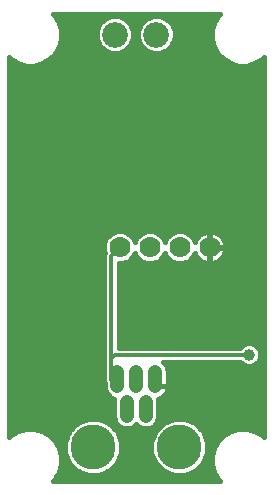
<source format=gbl>
G75*
%MOIN*%
%OFA0B0*%
%FSLAX24Y24*%
%IPPOS*%
%LPD*%
%AMOC8*
5,1,8,0,0,1.08239X$1,22.5*
%
%ADD10C,0.0860*%
%ADD11C,0.1500*%
%ADD12C,0.0476*%
%ADD13C,0.0700*%
%ADD14C,0.0160*%
%ADD15C,0.0357*%
%ADD16C,0.0120*%
%ADD17C,0.0396*%
D10*
X004196Y016051D03*
X005574Y016051D03*
D11*
X006341Y002299D03*
X003467Y002299D03*
D12*
X004589Y003339D02*
X004589Y003815D01*
X004274Y004327D02*
X004274Y004802D01*
X004904Y004802D02*
X004904Y004327D01*
X005219Y003815D02*
X005219Y003339D01*
X005534Y004327D02*
X005534Y004802D01*
D13*
X005353Y008959D03*
X006353Y008959D03*
X007353Y008959D03*
X004353Y008959D03*
D14*
X000660Y002635D02*
X000660Y015294D01*
X000728Y015226D01*
X000963Y015090D01*
X001225Y015020D01*
X001497Y015020D01*
X001759Y015090D01*
X001994Y015226D01*
X002186Y015418D01*
X002322Y015653D01*
X002392Y015915D01*
X002392Y016187D01*
X002322Y016449D01*
X002186Y016684D01*
X002118Y016752D01*
X007691Y016752D01*
X007623Y016684D01*
X007487Y016449D01*
X007417Y016187D01*
X007417Y015915D01*
X007487Y015653D01*
X007623Y015418D01*
X007815Y015226D01*
X008050Y015090D01*
X008312Y015020D01*
X008583Y015020D01*
X008846Y015090D01*
X009081Y015226D01*
X009149Y015294D01*
X009149Y002635D01*
X009081Y002703D01*
X008846Y002839D01*
X008583Y002909D01*
X008312Y002909D01*
X008050Y002839D01*
X007815Y002703D01*
X007623Y002511D01*
X007487Y002276D01*
X007417Y002014D01*
X007417Y001742D01*
X007487Y001480D01*
X007623Y001245D01*
X007691Y001177D01*
X002118Y001177D01*
X002186Y001245D01*
X002322Y001480D01*
X002392Y001742D01*
X002392Y002014D01*
X002322Y002276D01*
X002186Y002511D01*
X001994Y002703D01*
X001759Y002839D01*
X001497Y002909D01*
X001225Y002909D01*
X000963Y002839D01*
X000728Y002703D01*
X000660Y002635D01*
X000660Y002757D02*
X000822Y002757D01*
X000660Y002916D02*
X002769Y002916D01*
X002679Y002826D02*
X002941Y003088D01*
X003282Y003229D01*
X003652Y003229D01*
X003994Y003088D01*
X004256Y002826D01*
X004397Y002484D01*
X004397Y002114D01*
X004256Y001772D01*
X003994Y001511D01*
X003652Y001369D01*
X003282Y001369D01*
X002941Y001511D01*
X002679Y001772D01*
X002537Y002114D01*
X002537Y002484D01*
X002679Y002826D01*
X002651Y002757D02*
X001900Y002757D01*
X002099Y002599D02*
X002585Y002599D01*
X002537Y002440D02*
X002227Y002440D01*
X002319Y002282D02*
X002537Y002282D01*
X002537Y002123D02*
X002363Y002123D01*
X002392Y001965D02*
X002599Y001965D01*
X002665Y001806D02*
X002392Y001806D01*
X002367Y001648D02*
X002804Y001648D01*
X002992Y001489D02*
X002325Y001489D01*
X002236Y001331D02*
X007573Y001331D01*
X007484Y001489D02*
X006816Y001489D01*
X006868Y001511D02*
X007130Y001772D01*
X007271Y002114D01*
X007271Y002484D01*
X007130Y002826D01*
X006868Y003088D01*
X006526Y003229D01*
X006156Y003229D01*
X005815Y003088D01*
X005553Y002826D01*
X005411Y002484D01*
X005411Y002114D01*
X005553Y001772D01*
X005815Y001511D01*
X006156Y001369D01*
X006526Y001369D01*
X006868Y001511D01*
X007005Y001648D02*
X007442Y001648D01*
X007417Y001806D02*
X007144Y001806D01*
X007210Y001965D02*
X007417Y001965D01*
X007446Y002123D02*
X007271Y002123D01*
X007271Y002282D02*
X007490Y002282D01*
X007582Y002440D02*
X007271Y002440D01*
X007224Y002599D02*
X007710Y002599D01*
X007909Y002757D02*
X007158Y002757D01*
X007040Y002916D02*
X009149Y002916D01*
X009149Y003074D02*
X006881Y003074D01*
X005853Y004055D02*
X005892Y004108D01*
X005922Y004166D01*
X005942Y004229D01*
X005952Y004294D01*
X005952Y004327D01*
X005952Y004835D01*
X005942Y004900D01*
X005922Y004963D01*
X005892Y005021D01*
X005853Y005075D01*
X005807Y005121D01*
X005785Y005137D01*
X008372Y005137D01*
X008452Y005056D01*
X008591Y004999D01*
X008742Y004999D01*
X008880Y005056D01*
X008987Y005163D01*
X009044Y005302D01*
X009044Y005452D01*
X008987Y005591D01*
X008880Y005697D01*
X008742Y005755D01*
X008591Y005755D01*
X008452Y005697D01*
X008372Y005617D01*
X004318Y005617D01*
X004318Y008429D01*
X004458Y008429D01*
X004653Y008510D01*
X004802Y008659D01*
X004853Y008781D01*
X004904Y008659D01*
X005053Y008510D01*
X005247Y008429D01*
X005458Y008429D01*
X005653Y008510D01*
X005802Y008659D01*
X005853Y008781D01*
X005904Y008659D01*
X006053Y008510D01*
X006247Y008429D01*
X006458Y008429D01*
X006653Y008510D01*
X006802Y008659D01*
X006853Y008782D01*
X006862Y008756D01*
X006900Y008681D01*
X006949Y008614D01*
X007008Y008555D01*
X007075Y008506D01*
X007149Y008468D01*
X007229Y008442D01*
X007311Y008429D01*
X007333Y008429D01*
X007333Y008939D01*
X007373Y008939D01*
X007373Y008429D01*
X007395Y008429D01*
X007477Y008442D01*
X007556Y008468D01*
X007631Y008506D01*
X007698Y008555D01*
X007757Y008614D01*
X007806Y008681D01*
X007844Y008756D01*
X007870Y008835D01*
X007883Y008918D01*
X007883Y008939D01*
X009149Y008939D01*
X009149Y009097D02*
X007865Y009097D01*
X007870Y009083D02*
X007844Y009163D01*
X007806Y009237D01*
X007757Y009304D01*
X007698Y009363D01*
X007631Y009413D01*
X007556Y009450D01*
X007477Y009476D01*
X007395Y009489D01*
X007373Y009489D01*
X007373Y008979D01*
X007883Y008979D01*
X007883Y009001D01*
X007870Y009083D01*
X007883Y008939D02*
X007373Y008939D01*
X007333Y008939D01*
X007373Y008939D02*
X007373Y008979D01*
X007333Y008979D01*
X007333Y009489D01*
X007311Y009489D01*
X007229Y009476D01*
X007149Y009450D01*
X007075Y009413D01*
X007008Y009363D01*
X006949Y009304D01*
X006900Y009237D01*
X006862Y009163D01*
X006853Y009136D01*
X006802Y009259D01*
X006653Y009409D01*
X006458Y009489D01*
X006247Y009489D01*
X006053Y009409D01*
X005904Y009259D01*
X005853Y009137D01*
X005802Y009259D01*
X005653Y009409D01*
X005458Y009489D01*
X005247Y009489D01*
X005053Y009409D01*
X004904Y009259D01*
X004853Y009137D01*
X004802Y009259D01*
X004653Y009409D01*
X004458Y009489D01*
X004247Y009489D01*
X004053Y009409D01*
X003904Y009259D01*
X003823Y009065D01*
X003823Y008854D01*
X003856Y008775D01*
X003838Y008732D01*
X003838Y004476D01*
X003857Y004430D01*
X003857Y004244D01*
X003920Y004090D01*
X004038Y003973D01*
X004178Y003914D01*
X004172Y003898D01*
X004172Y003256D01*
X004235Y003103D01*
X004353Y002985D01*
X004506Y002922D01*
X004673Y002922D01*
X004826Y002985D01*
X004904Y003063D01*
X004983Y002985D01*
X005136Y002922D01*
X005302Y002922D01*
X005456Y002985D01*
X005574Y003103D01*
X005637Y003256D01*
X005637Y003898D01*
X005629Y003919D01*
X005632Y003919D01*
X005695Y003940D01*
X005753Y003969D01*
X005807Y004008D01*
X005853Y004055D01*
X005824Y004025D02*
X009149Y004025D01*
X009149Y003867D02*
X005637Y003867D01*
X005637Y003708D02*
X009149Y003708D01*
X009149Y003550D02*
X005637Y003550D01*
X005637Y003391D02*
X009149Y003391D01*
X009149Y003233D02*
X005627Y003233D01*
X005545Y003074D02*
X005801Y003074D01*
X005643Y002916D02*
X004166Y002916D01*
X004264Y003074D02*
X004007Y003074D01*
X004181Y003233D02*
X000660Y003233D01*
X000660Y003391D02*
X004172Y003391D01*
X004172Y003550D02*
X000660Y003550D01*
X000660Y003708D02*
X004172Y003708D01*
X004172Y003867D02*
X000660Y003867D01*
X000660Y004025D02*
X003985Y004025D01*
X003881Y004184D02*
X000660Y004184D01*
X000660Y004342D02*
X003857Y004342D01*
X003838Y004501D02*
X000660Y004501D01*
X000660Y004659D02*
X003838Y004659D01*
X003838Y004818D02*
X000660Y004818D01*
X000660Y004976D02*
X003838Y004976D01*
X003838Y005135D02*
X000660Y005135D01*
X000660Y005293D02*
X003838Y005293D01*
X003838Y005452D02*
X000660Y005452D01*
X000660Y005610D02*
X003838Y005610D01*
X003838Y005769D02*
X000660Y005769D01*
X000660Y005927D02*
X003838Y005927D01*
X003838Y006086D02*
X000660Y006086D01*
X000660Y006244D02*
X003838Y006244D01*
X003838Y006403D02*
X000660Y006403D01*
X000660Y006561D02*
X003838Y006561D01*
X003838Y006720D02*
X000660Y006720D01*
X000660Y006878D02*
X003838Y006878D01*
X003838Y007037D02*
X000660Y007037D01*
X000660Y007195D02*
X003838Y007195D01*
X003838Y007354D02*
X000660Y007354D01*
X000660Y007512D02*
X003838Y007512D01*
X003838Y007671D02*
X000660Y007671D01*
X000660Y007829D02*
X003838Y007829D01*
X003838Y007988D02*
X000660Y007988D01*
X000660Y008146D02*
X003838Y008146D01*
X003838Y008305D02*
X000660Y008305D01*
X000660Y008463D02*
X003838Y008463D01*
X003838Y008622D02*
X000660Y008622D01*
X000660Y008780D02*
X003853Y008780D01*
X003823Y008939D02*
X000660Y008939D01*
X000660Y009097D02*
X003836Y009097D01*
X003902Y009256D02*
X000660Y009256D01*
X000660Y009414D02*
X004067Y009414D01*
X004541Y008463D02*
X005165Y008463D01*
X004941Y008622D02*
X004765Y008622D01*
X004852Y008780D02*
X004853Y008780D01*
X004804Y009256D02*
X004902Y009256D01*
X005067Y009414D02*
X004639Y009414D01*
X004318Y008305D02*
X009149Y008305D01*
X009149Y008463D02*
X007542Y008463D01*
X007373Y008463D02*
X007333Y008463D01*
X007333Y008622D02*
X007373Y008622D01*
X007373Y008780D02*
X007333Y008780D01*
X007164Y008463D02*
X006541Y008463D01*
X006765Y008622D02*
X006943Y008622D01*
X006854Y008780D02*
X006852Y008780D01*
X006804Y009256D02*
X006913Y009256D01*
X007079Y009414D02*
X006639Y009414D01*
X006165Y008463D02*
X005541Y008463D01*
X005765Y008622D02*
X005941Y008622D01*
X005853Y008780D02*
X005852Y008780D01*
X005804Y009256D02*
X005902Y009256D01*
X006067Y009414D02*
X005639Y009414D01*
X004318Y008146D02*
X009149Y008146D01*
X009149Y007988D02*
X004318Y007988D01*
X004318Y007829D02*
X009149Y007829D01*
X009149Y007671D02*
X004318Y007671D01*
X004318Y007512D02*
X009149Y007512D01*
X009149Y007354D02*
X004318Y007354D01*
X004318Y007195D02*
X009149Y007195D01*
X009149Y007037D02*
X004318Y007037D01*
X004318Y006878D02*
X009149Y006878D01*
X009149Y006720D02*
X004318Y006720D01*
X004318Y006561D02*
X009149Y006561D01*
X009149Y006403D02*
X004318Y006403D01*
X004318Y006244D02*
X009149Y006244D01*
X009149Y006086D02*
X004318Y006086D01*
X004318Y005927D02*
X009149Y005927D01*
X009149Y005769D02*
X004318Y005769D01*
X005534Y004327D02*
X005952Y004327D01*
X005534Y004327D01*
X005534Y004327D01*
X005952Y004342D02*
X009149Y004342D01*
X009149Y004184D02*
X005927Y004184D01*
X005952Y004501D02*
X009149Y004501D01*
X009149Y004659D02*
X005952Y004659D01*
X005952Y004818D02*
X009149Y004818D01*
X009149Y004976D02*
X005915Y004976D01*
X005787Y005135D02*
X008374Y005135D01*
X008959Y005135D02*
X009149Y005135D01*
X009149Y005293D02*
X009041Y005293D01*
X009044Y005452D02*
X009149Y005452D01*
X009149Y005610D02*
X008968Y005610D01*
X008987Y002757D02*
X009149Y002757D01*
X005866Y001489D02*
X003942Y001489D01*
X004131Y001648D02*
X005678Y001648D01*
X005539Y001806D02*
X004270Y001806D01*
X004336Y001965D02*
X005473Y001965D01*
X005411Y002123D02*
X004397Y002123D01*
X004397Y002282D02*
X005411Y002282D01*
X005411Y002440D02*
X004397Y002440D01*
X004350Y002599D02*
X005459Y002599D01*
X005525Y002757D02*
X004284Y002757D01*
X002927Y003074D02*
X000660Y003074D01*
X000660Y009573D02*
X009149Y009573D01*
X009149Y009731D02*
X000660Y009731D01*
X000660Y009890D02*
X009149Y009890D01*
X009149Y010048D02*
X000660Y010048D01*
X000660Y010207D02*
X009149Y010207D01*
X009149Y010365D02*
X000660Y010365D01*
X000660Y010524D02*
X009149Y010524D01*
X009149Y010682D02*
X000660Y010682D01*
X000660Y010841D02*
X009149Y010841D01*
X009149Y010999D02*
X000660Y010999D01*
X000660Y011158D02*
X009149Y011158D01*
X009149Y011316D02*
X000660Y011316D01*
X000660Y011475D02*
X009149Y011475D01*
X009149Y011633D02*
X000660Y011633D01*
X000660Y011792D02*
X009149Y011792D01*
X009149Y011950D02*
X000660Y011950D01*
X000660Y012109D02*
X009149Y012109D01*
X009149Y012267D02*
X000660Y012267D01*
X000660Y012426D02*
X009149Y012426D01*
X009149Y012584D02*
X000660Y012584D01*
X000660Y012743D02*
X009149Y012743D01*
X009149Y012901D02*
X000660Y012901D01*
X000660Y013060D02*
X009149Y013060D01*
X009149Y013218D02*
X000660Y013218D01*
X000660Y013377D02*
X009149Y013377D01*
X009149Y013535D02*
X000660Y013535D01*
X000660Y013694D02*
X009149Y013694D01*
X009149Y013852D02*
X000660Y013852D01*
X000660Y014011D02*
X009149Y014011D01*
X009149Y014169D02*
X000660Y014169D01*
X000660Y014328D02*
X009149Y014328D01*
X009149Y014486D02*
X000660Y014486D01*
X000660Y014645D02*
X009149Y014645D01*
X009149Y014803D02*
X000660Y014803D01*
X000660Y014962D02*
X009149Y014962D01*
X009149Y015120D02*
X008898Y015120D01*
X009134Y015279D02*
X009149Y015279D01*
X007998Y015120D02*
X001811Y015120D01*
X002047Y015279D02*
X007762Y015279D01*
X007611Y015437D02*
X002197Y015437D01*
X002289Y015596D02*
X003788Y015596D01*
X003850Y015534D02*
X003679Y015706D01*
X003586Y015930D01*
X003586Y016173D01*
X003679Y016397D01*
X003850Y016568D01*
X004074Y016661D01*
X004317Y016661D01*
X004541Y016568D01*
X004713Y016397D01*
X004806Y016173D01*
X004806Y015930D01*
X004713Y015706D01*
X004541Y015534D01*
X004317Y015441D01*
X004074Y015441D01*
X003850Y015534D01*
X003658Y015754D02*
X002349Y015754D01*
X002392Y015913D02*
X003593Y015913D01*
X003586Y016071D02*
X002392Y016071D01*
X002381Y016230D02*
X003610Y016230D01*
X003675Y016388D02*
X002338Y016388D01*
X002266Y016547D02*
X003829Y016547D01*
X004563Y016547D02*
X005207Y016547D01*
X005228Y016568D02*
X005057Y016397D01*
X004964Y016173D01*
X004964Y015930D01*
X005057Y015706D01*
X005228Y015534D01*
X005452Y015441D01*
X005695Y015441D01*
X005919Y015534D01*
X006091Y015706D01*
X006184Y015930D01*
X006184Y016173D01*
X006091Y016397D01*
X005919Y016568D01*
X005695Y016661D01*
X005452Y016661D01*
X005228Y016568D01*
X005053Y016388D02*
X004716Y016388D01*
X004782Y016230D02*
X004987Y016230D01*
X004964Y016071D02*
X004806Y016071D01*
X004799Y015913D02*
X004971Y015913D01*
X005036Y015754D02*
X004733Y015754D01*
X004603Y015596D02*
X005166Y015596D01*
X005981Y015596D02*
X007520Y015596D01*
X007460Y015754D02*
X006111Y015754D01*
X006177Y015913D02*
X007417Y015913D01*
X007417Y016071D02*
X006184Y016071D01*
X006160Y016230D02*
X007428Y016230D01*
X007471Y016388D02*
X006094Y016388D01*
X005941Y016547D02*
X007543Y016547D01*
X007644Y016705D02*
X002165Y016705D01*
X000911Y015120D02*
X000660Y015120D01*
X000660Y015279D02*
X000675Y015279D01*
X007333Y009414D02*
X007373Y009414D01*
X007373Y009256D02*
X007333Y009256D01*
X007333Y009097D02*
X007373Y009097D01*
X007627Y009414D02*
X009149Y009414D01*
X009149Y009256D02*
X007793Y009256D01*
X007852Y008780D02*
X009149Y008780D01*
X009149Y008622D02*
X007763Y008622D01*
D15*
X008497Y008974D03*
X006023Y012386D03*
X004943Y012386D03*
X003743Y013226D03*
X003743Y010946D03*
X003743Y009746D03*
X001823Y010226D03*
X005663Y005906D03*
X006143Y004466D03*
X006743Y003626D03*
X005903Y007706D03*
D16*
X004353Y008959D02*
X004078Y008684D01*
X004078Y005257D01*
X004078Y004524D01*
X004274Y004327D01*
X004078Y005257D02*
X004198Y005377D01*
X008666Y005377D01*
D17*
X008666Y005377D03*
M02*

</source>
